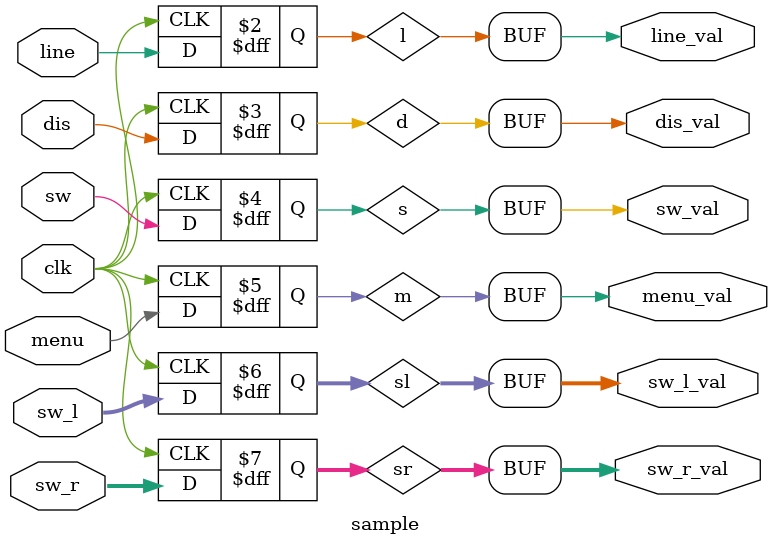
<source format=v>
module sample(
        input clk,
        input line,
        input dis,
        input sw,
        input menu,
        input [4:0]sw_l,
        input [4:0] sw_r,
        output line_val,
        output dis_val,
        output sw_val,
        output [4:0]sw_l_val,
        output [4:0]sw_r_val,
        output menu_val
);

    reg l,d,s,m;//l==线，d==距离，s==pwm信号，m==菜单，内参数；
    reg [4:0] sl,sr;
    
    assign line_val=l;
    assign dis_val=d;
    assign sw_val=s;//sw==pwm信号，
    assign menu_val=m;
    assign sw_l_val=sl;
    assign sw_r_val=sr;
    
    always @(posedge clk)//检测采样，就是循环用input赋值output，循环输出output，
    begin
        s<=sw;
        l<=line;
        d<=dis;
        m<=menu;
        sl<=sw_l;
        sr<=sw_r;
    end

endmodule

</source>
